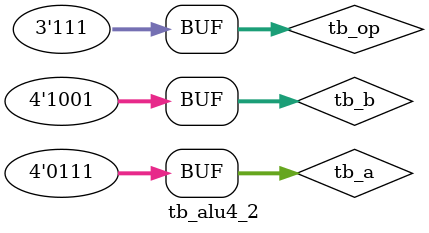
<source format=v>
   `timescale 1ns/100ps
   
module tb_alu4_2;//testbench for selfchecking 

reg   [3:0] tb_a, tb_b;// input register
reg    [2:0] tb_op;//output register
wire    [3:0] tb_result;//result wire
wire         tb_c, tb_n, tb_z, tb_v;//flag wire

alu4   U0_alu4(.a(tb_a),.b(tb_b),.op(tb_op),.result(tb_result),.c(tb_c),.n(tb_n),.z(tb_z),.v(tb_v));//alu4 module에 tb인자들을 적용 
initial
begin
// test   self-checking testbench
         tb_a = 4'b0000;   tb_b = 4'b0000;   tb_op = 3'b000;
#10;      if(tb_result !==4'b1111) $display("000 failed"); tb_a = 4'b1100;
#10;      if(tb_result !==4'b1111) $display("000 failed"); tb_b = 4'b0011;                     tb_op = 3'b001;
#10;      if(tb_result !==4'b1111) $display("001 failed"); tb_a = 4'b0101;   tb_b = 4'b1001;   tb_op = 3'b010;
#10;      if(tb_result !==4'b1111) $display("010 failed"); tb_a = 4'b0101;   tb_b = 4'b0000;   tb_op = 3'b011;
#10;      if(tb_result !==4'b1111) $display("011 failed"); tb_a = 4'b0011;   tb_b = 4'b0000;   tb_op = 3'b100;
#10;      if(tb_result !==4'b1111) $display("100 failed");                                     tb_op = 3'b101;
#10;      if(tb_result !==4'b1111) $display("101 failed"); tb_a = 4'b0000;   tb_b = 4'b0000;   tb_op = 3'b110;
#10;      if(tb_result !==4'b1111) $display("110 failed"); tb_a = 4'hf;      tb_b = 4'hf;   
#10;      if(tb_result !==4'b1111) $display("110 failed"); tb_a = 4'ha;      tb_b = 4'h3;   
#10;      if(tb_result !==4'b1111) $display("110 failed"); tb_a = 4'b0001;   tb_b = 4'b1000;   
#10;      if(tb_result !==4'b1111) $display("110 failed"); tb_a = 4'h7;      tb_b = 4'h7;   
#10;      if(tb_result !==4'b1111) $display("110 failed"); tb_a = 4'h3;      tb_b = 4'h3;   
#10;      if(tb_result !==4'b1111) $display("110 failed"); tb_a = 4'hf;      tb_b = 4'h5;      tb_op = 3'b111;
#10;      if(tb_result !==4'b1111) $display("111 failed"); tb_a = 4'h5;      tb_b = 4'h7;   
#10;      if(tb_result !==4'b1111) $display("111 failed"); tb_a = 4'ha;      tb_b = 4'ha;   
#10;      if(tb_result !==4'b1111) $display("111 failed"); tb_a = 4'h7;      tb_b = 4'h9;   

end
endmodule

</source>
